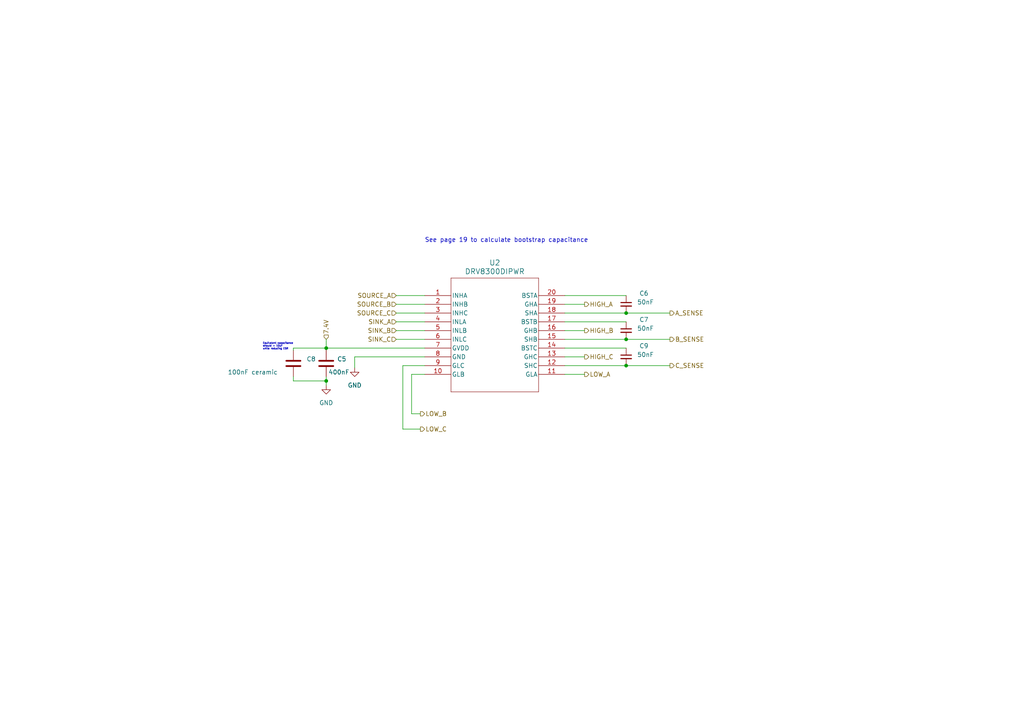
<source format=kicad_sch>
(kicad_sch (version 20230121) (generator eeschema)
  (paper "A4")
  (lib_symbols
    (symbol "Device:C" (pin_numbers hide) (pin_names (offset 0.254))
      (property "Reference" "C" (at 0.635 2.54 0))
      (property "Value" "C" (at 0.635 -2.54 0))
      (symbol "C_0_1"
        (polyline (pts (xy -2.032 -0.762) (xy 2.032 -0.762)) (stroke (width 0.508)))
        (polyline (pts (xy -2.032 0.762) (xy 2.032 0.762)) (stroke (width 0.508)))
      )
      (symbol "C_1_1"
        (pin passive line (at 0 3.81 270) (length 2.794) (name "~") (number "1"))
        (pin passive line (at 0 -3.81 90) (length 2.794) (name "~") (number "2"))
      )
    )
    (symbol "Device:C_Small" (pin_numbers hide) (pin_names (offset 0.254) hide)
      (property "Reference" "C" (at 0.254 1.778 0))
      (property "Value" "C_Small" (at 0.254 -2.032 0))
      (symbol "C_Small_0_1"
        (polyline (pts (xy -1.524 -0.508) (xy 1.524 -0.508)) (stroke (width 0.3302)))
        (polyline (pts (xy -1.524 0.508) (xy 1.524 0.508)) (stroke (width 0.3048)))
      )
      (symbol "C_Small_1_1"
        (pin passive line (at 0 2.54 270) (length 2.032) (name "~") (number "1"))
        (pin passive line (at 0 -2.54 90) (length 2.032) (name "~") (number "2"))
      )
    )
    (symbol "SmallSat-Peripherals-Board:DRV8300DIPWR" (pin_names (offset 0.254))
      (property "Reference" "U" (at 20.32 10.16 0))
      (property "Value" "DRV8300DIPWR" (at 20.32 7.62 0))
      (symbol "DRV8300DIPWR_0_1"
        (polyline (pts (xy 7.62 -27.94) (xy 33.02 -27.94)) (stroke (width 0.127)))
        (polyline (pts (xy 7.62 5.08) (xy 7.62 -27.94)) (stroke (width 0.127)))
        (polyline (pts (xy 33.02 -27.94) (xy 33.02 5.08)) (stroke (width 0.127)))
        (polyline (pts (xy 33.02 5.08) (xy 7.62 5.08)) (stroke (width 0.127)))
        (pin input line (at 0 0 0) (length 7.62) (name "INHA") (number "1"))
        (pin unspecified line (at 0 -22.86 0) (length 7.62) (name "GLB") (number "10"))
        (pin unspecified line (at 40.64 -22.86 180) (length 7.62) (name "GLA") (number "11"))
        (pin unspecified line (at 40.64 -20.32 180) (length 7.62) (name "SHC") (number "12"))
        (pin unspecified line (at 40.64 -17.78 180) (length 7.62) (name "GHC") (number "13"))
        (pin unspecified line (at 40.64 -15.24 180) (length 7.62) (name "BSTC") (number "14"))
        (pin unspecified line (at 40.64 -12.7 180) (length 7.62) (name "SHB") (number "15"))
        (pin unspecified line (at 40.64 -10.16 180) (length 7.62) (name "GHB") (number "16"))
        (pin unspecified line (at 40.64 -7.62 180) (length 7.62) (name "BSTB") (number "17"))
        (pin unspecified line (at 40.64 -5.08 180) (length 7.62) (name "SHA") (number "18"))
        (pin unspecified line (at 40.64 -2.54 180) (length 7.62) (name "GHA") (number "19"))
        (pin input line (at 0 -2.54 0) (length 7.62) (name "INHB") (number "2"))
        (pin unspecified line (at 40.64 0 180) (length 7.62) (name "BSTA") (number "20"))
        (pin input line (at 0 -5.08 0) (length 7.62) (name "INHC") (number "3"))
        (pin input line (at 0 -7.62 0) (length 7.62) (name "INLA") (number "4"))
        (pin input line (at 0 -10.16 0) (length 7.62) (name "INLB") (number "5"))
        (pin input line (at 0 -12.7 0) (length 7.62) (name "INLC") (number "6"))
        (pin power_in line (at 0 -15.24 0) (length 7.62) (name "GVDD") (number "7"))
        (pin power_out line (at 0 -17.78 0) (length 7.62) (name "GND") (number "8"))
        (pin unspecified line (at 0 -20.32 0) (length 7.62) (name "GLC") (number "9"))
      )
    )
    (symbol "power:GND" (power) (pin_names (offset 0))
      (property "Value" "GND" (at 0 -3.81 0))
      (symbol "GND_0_1"
        (polyline (pts (xy 0 0) (xy 0 -1.27) (xy 1.27 -1.27) (xy 0 -2.54) (xy -1.27 -1.27) (xy 0 -1.27)))
      )
      (symbol "GND_1_1"
        (pin power_in line (at 0 0 270) (length 0) hide (name "GND") (number "1"))
      )
    )
  )
  (junction (at 181.61 106.045))
  (junction (at 94.615 110.49))
  (junction (at 181.61 90.805))
  (junction (at 94.615 100.965))
  (junction (at 181.61 98.425))
  (wire (pts (xy 85.09 101.6) (xy 85.09 100.965)))
  (wire (pts (xy 94.615 101.6) (xy 94.615 100.965)))
  (wire (pts (xy 116.84 106.045) (xy 123.19 106.045)))
  (wire (pts (xy 102.87 103.505) (xy 102.87 106.68)))
  (wire (pts (xy 116.84 124.46) (xy 121.92 124.46)))
  (wire (pts (xy 85.09 109.22) (xy 85.09 110.49)))
  (wire (pts (xy 163.83 88.265) (xy 169.545 88.265)))
  (wire (pts (xy 94.615 100.965) (xy 94.615 98.425)))
  (wire (pts (xy 163.83 95.885) (xy 169.545 95.885)))
  (wire (pts (xy 163.83 106.045) (xy 181.61 106.045)))
  (wire (pts (xy 85.09 100.965) (xy 94.615 100.965)))
  (wire (pts (xy 116.84 124.46) (xy 116.84 106.045)))
  (wire (pts (xy 123.19 108.585) (xy 119.38 108.585)))
  (wire (pts (xy 181.61 98.425) (xy 194.31 98.425)))
  (wire (pts (xy 114.935 93.345) (xy 123.19 93.345)))
  (wire (pts (xy 163.83 98.425) (xy 181.61 98.425)))
  (wire (pts (xy 181.61 90.805) (xy 194.31 90.805)))
  (wire (pts (xy 119.38 120.015) (xy 121.92 120.015)))
  (wire (pts (xy 163.83 90.805) (xy 181.61 90.805)))
  (wire (pts (xy 163.83 93.345) (xy 181.61 93.345)))
  (wire (pts (xy 114.935 95.885) (xy 123.19 95.885)))
  (wire (pts (xy 114.935 90.805) (xy 123.19 90.805)))
  (wire (pts (xy 85.09 110.49) (xy 94.615 110.49)))
  (wire (pts (xy 114.935 88.265) (xy 123.19 88.265)))
  (wire (pts (xy 163.83 108.585) (xy 169.545 108.585)))
  (wire (pts (xy 163.83 100.965) (xy 181.61 100.965)))
  (wire (pts (xy 114.935 98.425) (xy 123.19 98.425)))
  (wire (pts (xy 119.38 108.585) (xy 119.38 120.015)))
  (wire (pts (xy 94.615 100.965) (xy 123.19 100.965)))
  (wire (pts (xy 94.615 110.49) (xy 94.615 109.22)))
  (wire (pts (xy 163.83 103.505) (xy 169.545 103.505)))
  (wire (pts (xy 163.83 85.725) (xy 181.61 85.725)))
  (wire (pts (xy 181.61 106.045) (xy 194.31 106.045)))
  (wire (pts (xy 123.19 103.505) (xy 102.87 103.505)))
  (wire (pts (xy 94.615 111.76) (xy 94.615 110.49)))
  (wire (pts (xy 114.935 85.725) (xy 123.19 85.725)))
  (text "Equivalent capacitance \nshould = 10uF \nwhile reducing ESR\n" (at 76.2 101.6 0) (effects (font (size 0.5 0.5)) (justify left bottom)))
  (text "See page 19 to calculate bootstrap capacitance" (at 123.19 70.485 0) (effects (font (size 1.27 1.27)) (justify left bottom)))
  (hierarchical_label "SOURCE_C" (shape input) (at 114.935 90.805 180))
  (hierarchical_label "LOW_A" (shape output) (at 169.545 108.585 0))
  (hierarchical_label "A_SENSE" (shape output) (at 194.31 90.805 0))
  (hierarchical_label "LOW_B" (shape output) (at 121.92 120.015 0))
  (hierarchical_label "C_SENSE" (shape output) (at 194.31 106.045 0))
  (hierarchical_label "B_SENSE" (shape output) (at 194.31 98.425 0))
  (hierarchical_label "SOURCE_A" (shape input) (at 114.935 85.725 180))
  (hierarchical_label "HIGH_B" (shape output) (at 169.545 95.885 0))
  (hierarchical_label "SINK_B" (shape input) (at 114.935 95.885 180))
  (hierarchical_label "SINK_C" (shape input) (at 114.935 98.425 180))
  (hierarchical_label "HIGH_A" (shape output) (at 169.545 88.265 0))
  (hierarchical_label "SINK_A" (shape input) (at 114.935 93.345 180))
  (hierarchical_label "LOW_C" (shape output) (at 121.92 124.46 0))
  (hierarchical_label "SOURCE_B" (shape input) (at 114.935 88.265 180))
  (hierarchical_label "HIGH_C" (shape output) (at 169.545 103.505 0))
  (hierarchical_label "7.4V" (shape input) (at 94.615 98.425 90))
  (symbol (lib_id "Device:C_Small") (at 181.61 88.265 0) (unit 1)
    (property "Reference" "C6" (at 185.42 85.09 0) (effects (justify left)))
    (property "Value" "50nF" (at 184.785 87.63 0) (effects (justify left)))
  )
  (symbol (lib_id "power:GND") (at 94.615 111.76 0) (unit 1)
    (property "Reference" "#PWR05" (effects hide))
    (property "Value" "GND" (at 94.615 116.84 0))
  )
  (symbol (lib_id "SmallSat-Peripherals-Board:DRV8300DIPWR") (at 123.19 85.725 0) (unit 1)
    (property "Reference" "U2" (at 143.51 76.2 0) (effects (font (size 1.524 1.524))))
    (property "Value" "DRV8300DIPWR" (at 143.51 78.74 0) (effects (font (size 1.524 1.524))))
    (property "Footprint" "TSSOP_0DIPWR_TEX" (effects hide))
    (property "Datasheet" "https://www.ti.com/lit/ds/symlink/drv8300.pdf?ts=1712880710858&ref_url=https%253A%252F%252Fwww.ti.com%252Fmotor-drivers%252Fbrushless-dc-bldc-drivers%252Fproducts.html" (effects hide))
  )
  (symbol (lib_id "Device:C_Small") (at 181.61 95.885 0) (unit 1)
    (property "Reference" "C7" (at 185.42 92.71 0) (effects (justify left)))
    (property "Value" "50nF" (at 184.785 95.25 0) (effects (justify left)))
  )
  (symbol (lib_id "Device:C") (at 85.09 105.41 0) (unit 1)
    (property "Reference" "C8" (at 88.9 104.14 0) (effects (justify left)))
    (property "Value" "100nF ceramic" (at 66.04 107.95 0) (effects (justify left)))
  )
  (symbol (lib_id "Device:C_Small") (at 181.61 103.505 0) (unit 1)
    (property "Reference" "C9" (at 185.42 100.33 0) (effects (justify left)))
    (property "Value" "50nF" (at 184.785 102.87 0) (effects (justify left)))
  )
  (symbol (lib_id "power:GND") (at 102.87 106.68 0) (unit 1)
    (property "Reference" "#PWR04" (effects hide))
    (property "Value" "GND" (at 102.87 111.76 0))
  )
  (symbol (lib_id "Device:C") (at 94.615 105.41 0) (unit 1)
    (property "Reference" "C5" (at 97.79 104.14 0) (effects (justify left)))
    (property "Value" "400nF" (at 95.25 107.95 0) (effects (justify left)))
  )
)
</source>
